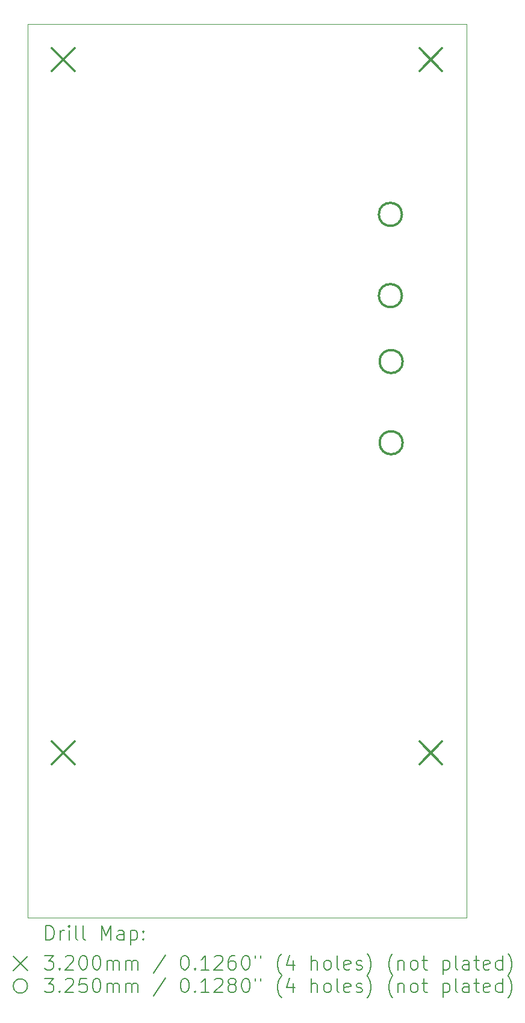
<source format=gbr>
%TF.GenerationSoftware,KiCad,Pcbnew,8.0.0*%
%TF.CreationDate,2024-08-30T13:19:38-05:00*%
%TF.ProjectId,Rain and Switches Control Board,5261696e-2061-46e6-9420-537769746368,rev?*%
%TF.SameCoordinates,Original*%
%TF.FileFunction,Drillmap*%
%TF.FilePolarity,Positive*%
%FSLAX45Y45*%
G04 Gerber Fmt 4.5, Leading zero omitted, Abs format (unit mm)*
G04 Created by KiCad (PCBNEW 8.0.0) date 2024-08-30 13:19:38*
%MOMM*%
%LPD*%
G01*
G04 APERTURE LIST*
%ADD10C,0.050000*%
%ADD11C,0.200000*%
%ADD12C,0.320000*%
%ADD13C,0.325000*%
G04 APERTURE END LIST*
D10*
X12450000Y-2339000D02*
X18620000Y-2339000D01*
X18620000Y-14908000D01*
X12450000Y-14908000D01*
X12450000Y-2339000D01*
D11*
D12*
X12790000Y-2679000D02*
X13110000Y-2999000D01*
X13110000Y-2679000D02*
X12790000Y-2999000D01*
X12790000Y-12429000D02*
X13110000Y-12749000D01*
X13110000Y-12429000D02*
X12790000Y-12749000D01*
X17960000Y-2679000D02*
X18280000Y-2999000D01*
X18280000Y-2679000D02*
X17960000Y-2999000D01*
X17960000Y-12429000D02*
X18280000Y-12749000D01*
X18280000Y-12429000D02*
X17960000Y-12749000D01*
D13*
X17714000Y-5013500D02*
G75*
G02*
X17389000Y-5013500I-162500J0D01*
G01*
X17389000Y-5013500D02*
G75*
G02*
X17714000Y-5013500I162500J0D01*
G01*
X17714000Y-6156500D02*
G75*
G02*
X17389000Y-6156500I-162500J0D01*
G01*
X17389000Y-6156500D02*
G75*
G02*
X17714000Y-6156500I162500J0D01*
G01*
X17724500Y-7084000D02*
G75*
G02*
X17399500Y-7084000I-162500J0D01*
G01*
X17399500Y-7084000D02*
G75*
G02*
X17724500Y-7084000I162500J0D01*
G01*
X17724500Y-8227000D02*
G75*
G02*
X17399500Y-8227000I-162500J0D01*
G01*
X17399500Y-8227000D02*
G75*
G02*
X17724500Y-8227000I162500J0D01*
G01*
D11*
X12708277Y-15221984D02*
X12708277Y-15021984D01*
X12708277Y-15021984D02*
X12755896Y-15021984D01*
X12755896Y-15021984D02*
X12784467Y-15031508D01*
X12784467Y-15031508D02*
X12803515Y-15050555D01*
X12803515Y-15050555D02*
X12813039Y-15069603D01*
X12813039Y-15069603D02*
X12822562Y-15107698D01*
X12822562Y-15107698D02*
X12822562Y-15136269D01*
X12822562Y-15136269D02*
X12813039Y-15174365D01*
X12813039Y-15174365D02*
X12803515Y-15193412D01*
X12803515Y-15193412D02*
X12784467Y-15212460D01*
X12784467Y-15212460D02*
X12755896Y-15221984D01*
X12755896Y-15221984D02*
X12708277Y-15221984D01*
X12908277Y-15221984D02*
X12908277Y-15088650D01*
X12908277Y-15126746D02*
X12917801Y-15107698D01*
X12917801Y-15107698D02*
X12927324Y-15098174D01*
X12927324Y-15098174D02*
X12946372Y-15088650D01*
X12946372Y-15088650D02*
X12965420Y-15088650D01*
X13032086Y-15221984D02*
X13032086Y-15088650D01*
X13032086Y-15021984D02*
X13022562Y-15031508D01*
X13022562Y-15031508D02*
X13032086Y-15041031D01*
X13032086Y-15041031D02*
X13041610Y-15031508D01*
X13041610Y-15031508D02*
X13032086Y-15021984D01*
X13032086Y-15021984D02*
X13032086Y-15041031D01*
X13155896Y-15221984D02*
X13136848Y-15212460D01*
X13136848Y-15212460D02*
X13127324Y-15193412D01*
X13127324Y-15193412D02*
X13127324Y-15021984D01*
X13260658Y-15221984D02*
X13241610Y-15212460D01*
X13241610Y-15212460D02*
X13232086Y-15193412D01*
X13232086Y-15193412D02*
X13232086Y-15021984D01*
X13489229Y-15221984D02*
X13489229Y-15021984D01*
X13489229Y-15021984D02*
X13555896Y-15164841D01*
X13555896Y-15164841D02*
X13622562Y-15021984D01*
X13622562Y-15021984D02*
X13622562Y-15221984D01*
X13803515Y-15221984D02*
X13803515Y-15117222D01*
X13803515Y-15117222D02*
X13793991Y-15098174D01*
X13793991Y-15098174D02*
X13774943Y-15088650D01*
X13774943Y-15088650D02*
X13736848Y-15088650D01*
X13736848Y-15088650D02*
X13717801Y-15098174D01*
X13803515Y-15212460D02*
X13784467Y-15221984D01*
X13784467Y-15221984D02*
X13736848Y-15221984D01*
X13736848Y-15221984D02*
X13717801Y-15212460D01*
X13717801Y-15212460D02*
X13708277Y-15193412D01*
X13708277Y-15193412D02*
X13708277Y-15174365D01*
X13708277Y-15174365D02*
X13717801Y-15155317D01*
X13717801Y-15155317D02*
X13736848Y-15145793D01*
X13736848Y-15145793D02*
X13784467Y-15145793D01*
X13784467Y-15145793D02*
X13803515Y-15136269D01*
X13898753Y-15088650D02*
X13898753Y-15288650D01*
X13898753Y-15098174D02*
X13917801Y-15088650D01*
X13917801Y-15088650D02*
X13955896Y-15088650D01*
X13955896Y-15088650D02*
X13974943Y-15098174D01*
X13974943Y-15098174D02*
X13984467Y-15107698D01*
X13984467Y-15107698D02*
X13993991Y-15126746D01*
X13993991Y-15126746D02*
X13993991Y-15183888D01*
X13993991Y-15183888D02*
X13984467Y-15202936D01*
X13984467Y-15202936D02*
X13974943Y-15212460D01*
X13974943Y-15212460D02*
X13955896Y-15221984D01*
X13955896Y-15221984D02*
X13917801Y-15221984D01*
X13917801Y-15221984D02*
X13898753Y-15212460D01*
X14079705Y-15202936D02*
X14089229Y-15212460D01*
X14089229Y-15212460D02*
X14079705Y-15221984D01*
X14079705Y-15221984D02*
X14070182Y-15212460D01*
X14070182Y-15212460D02*
X14079705Y-15202936D01*
X14079705Y-15202936D02*
X14079705Y-15221984D01*
X14079705Y-15098174D02*
X14089229Y-15107698D01*
X14089229Y-15107698D02*
X14079705Y-15117222D01*
X14079705Y-15117222D02*
X14070182Y-15107698D01*
X14070182Y-15107698D02*
X14079705Y-15098174D01*
X14079705Y-15098174D02*
X14079705Y-15117222D01*
X12247500Y-15450500D02*
X12447500Y-15650500D01*
X12447500Y-15450500D02*
X12247500Y-15650500D01*
X12689229Y-15441984D02*
X12813039Y-15441984D01*
X12813039Y-15441984D02*
X12746372Y-15518174D01*
X12746372Y-15518174D02*
X12774943Y-15518174D01*
X12774943Y-15518174D02*
X12793991Y-15527698D01*
X12793991Y-15527698D02*
X12803515Y-15537222D01*
X12803515Y-15537222D02*
X12813039Y-15556269D01*
X12813039Y-15556269D02*
X12813039Y-15603888D01*
X12813039Y-15603888D02*
X12803515Y-15622936D01*
X12803515Y-15622936D02*
X12793991Y-15632460D01*
X12793991Y-15632460D02*
X12774943Y-15641984D01*
X12774943Y-15641984D02*
X12717801Y-15641984D01*
X12717801Y-15641984D02*
X12698753Y-15632460D01*
X12698753Y-15632460D02*
X12689229Y-15622936D01*
X12898753Y-15622936D02*
X12908277Y-15632460D01*
X12908277Y-15632460D02*
X12898753Y-15641984D01*
X12898753Y-15641984D02*
X12889229Y-15632460D01*
X12889229Y-15632460D02*
X12898753Y-15622936D01*
X12898753Y-15622936D02*
X12898753Y-15641984D01*
X12984467Y-15461031D02*
X12993991Y-15451508D01*
X12993991Y-15451508D02*
X13013039Y-15441984D01*
X13013039Y-15441984D02*
X13060658Y-15441984D01*
X13060658Y-15441984D02*
X13079705Y-15451508D01*
X13079705Y-15451508D02*
X13089229Y-15461031D01*
X13089229Y-15461031D02*
X13098753Y-15480079D01*
X13098753Y-15480079D02*
X13098753Y-15499127D01*
X13098753Y-15499127D02*
X13089229Y-15527698D01*
X13089229Y-15527698D02*
X12974943Y-15641984D01*
X12974943Y-15641984D02*
X13098753Y-15641984D01*
X13222562Y-15441984D02*
X13241610Y-15441984D01*
X13241610Y-15441984D02*
X13260658Y-15451508D01*
X13260658Y-15451508D02*
X13270182Y-15461031D01*
X13270182Y-15461031D02*
X13279705Y-15480079D01*
X13279705Y-15480079D02*
X13289229Y-15518174D01*
X13289229Y-15518174D02*
X13289229Y-15565793D01*
X13289229Y-15565793D02*
X13279705Y-15603888D01*
X13279705Y-15603888D02*
X13270182Y-15622936D01*
X13270182Y-15622936D02*
X13260658Y-15632460D01*
X13260658Y-15632460D02*
X13241610Y-15641984D01*
X13241610Y-15641984D02*
X13222562Y-15641984D01*
X13222562Y-15641984D02*
X13203515Y-15632460D01*
X13203515Y-15632460D02*
X13193991Y-15622936D01*
X13193991Y-15622936D02*
X13184467Y-15603888D01*
X13184467Y-15603888D02*
X13174943Y-15565793D01*
X13174943Y-15565793D02*
X13174943Y-15518174D01*
X13174943Y-15518174D02*
X13184467Y-15480079D01*
X13184467Y-15480079D02*
X13193991Y-15461031D01*
X13193991Y-15461031D02*
X13203515Y-15451508D01*
X13203515Y-15451508D02*
X13222562Y-15441984D01*
X13413039Y-15441984D02*
X13432086Y-15441984D01*
X13432086Y-15441984D02*
X13451134Y-15451508D01*
X13451134Y-15451508D02*
X13460658Y-15461031D01*
X13460658Y-15461031D02*
X13470182Y-15480079D01*
X13470182Y-15480079D02*
X13479705Y-15518174D01*
X13479705Y-15518174D02*
X13479705Y-15565793D01*
X13479705Y-15565793D02*
X13470182Y-15603888D01*
X13470182Y-15603888D02*
X13460658Y-15622936D01*
X13460658Y-15622936D02*
X13451134Y-15632460D01*
X13451134Y-15632460D02*
X13432086Y-15641984D01*
X13432086Y-15641984D02*
X13413039Y-15641984D01*
X13413039Y-15641984D02*
X13393991Y-15632460D01*
X13393991Y-15632460D02*
X13384467Y-15622936D01*
X13384467Y-15622936D02*
X13374943Y-15603888D01*
X13374943Y-15603888D02*
X13365420Y-15565793D01*
X13365420Y-15565793D02*
X13365420Y-15518174D01*
X13365420Y-15518174D02*
X13374943Y-15480079D01*
X13374943Y-15480079D02*
X13384467Y-15461031D01*
X13384467Y-15461031D02*
X13393991Y-15451508D01*
X13393991Y-15451508D02*
X13413039Y-15441984D01*
X13565420Y-15641984D02*
X13565420Y-15508650D01*
X13565420Y-15527698D02*
X13574943Y-15518174D01*
X13574943Y-15518174D02*
X13593991Y-15508650D01*
X13593991Y-15508650D02*
X13622563Y-15508650D01*
X13622563Y-15508650D02*
X13641610Y-15518174D01*
X13641610Y-15518174D02*
X13651134Y-15537222D01*
X13651134Y-15537222D02*
X13651134Y-15641984D01*
X13651134Y-15537222D02*
X13660658Y-15518174D01*
X13660658Y-15518174D02*
X13679705Y-15508650D01*
X13679705Y-15508650D02*
X13708277Y-15508650D01*
X13708277Y-15508650D02*
X13727324Y-15518174D01*
X13727324Y-15518174D02*
X13736848Y-15537222D01*
X13736848Y-15537222D02*
X13736848Y-15641984D01*
X13832086Y-15641984D02*
X13832086Y-15508650D01*
X13832086Y-15527698D02*
X13841610Y-15518174D01*
X13841610Y-15518174D02*
X13860658Y-15508650D01*
X13860658Y-15508650D02*
X13889229Y-15508650D01*
X13889229Y-15508650D02*
X13908277Y-15518174D01*
X13908277Y-15518174D02*
X13917801Y-15537222D01*
X13917801Y-15537222D02*
X13917801Y-15641984D01*
X13917801Y-15537222D02*
X13927324Y-15518174D01*
X13927324Y-15518174D02*
X13946372Y-15508650D01*
X13946372Y-15508650D02*
X13974943Y-15508650D01*
X13974943Y-15508650D02*
X13993991Y-15518174D01*
X13993991Y-15518174D02*
X14003515Y-15537222D01*
X14003515Y-15537222D02*
X14003515Y-15641984D01*
X14393991Y-15432460D02*
X14222563Y-15689603D01*
X14651134Y-15441984D02*
X14670182Y-15441984D01*
X14670182Y-15441984D02*
X14689229Y-15451508D01*
X14689229Y-15451508D02*
X14698753Y-15461031D01*
X14698753Y-15461031D02*
X14708277Y-15480079D01*
X14708277Y-15480079D02*
X14717801Y-15518174D01*
X14717801Y-15518174D02*
X14717801Y-15565793D01*
X14717801Y-15565793D02*
X14708277Y-15603888D01*
X14708277Y-15603888D02*
X14698753Y-15622936D01*
X14698753Y-15622936D02*
X14689229Y-15632460D01*
X14689229Y-15632460D02*
X14670182Y-15641984D01*
X14670182Y-15641984D02*
X14651134Y-15641984D01*
X14651134Y-15641984D02*
X14632086Y-15632460D01*
X14632086Y-15632460D02*
X14622563Y-15622936D01*
X14622563Y-15622936D02*
X14613039Y-15603888D01*
X14613039Y-15603888D02*
X14603515Y-15565793D01*
X14603515Y-15565793D02*
X14603515Y-15518174D01*
X14603515Y-15518174D02*
X14613039Y-15480079D01*
X14613039Y-15480079D02*
X14622563Y-15461031D01*
X14622563Y-15461031D02*
X14632086Y-15451508D01*
X14632086Y-15451508D02*
X14651134Y-15441984D01*
X14803515Y-15622936D02*
X14813039Y-15632460D01*
X14813039Y-15632460D02*
X14803515Y-15641984D01*
X14803515Y-15641984D02*
X14793991Y-15632460D01*
X14793991Y-15632460D02*
X14803515Y-15622936D01*
X14803515Y-15622936D02*
X14803515Y-15641984D01*
X15003515Y-15641984D02*
X14889229Y-15641984D01*
X14946372Y-15641984D02*
X14946372Y-15441984D01*
X14946372Y-15441984D02*
X14927325Y-15470555D01*
X14927325Y-15470555D02*
X14908277Y-15489603D01*
X14908277Y-15489603D02*
X14889229Y-15499127D01*
X15079706Y-15461031D02*
X15089229Y-15451508D01*
X15089229Y-15451508D02*
X15108277Y-15441984D01*
X15108277Y-15441984D02*
X15155896Y-15441984D01*
X15155896Y-15441984D02*
X15174944Y-15451508D01*
X15174944Y-15451508D02*
X15184467Y-15461031D01*
X15184467Y-15461031D02*
X15193991Y-15480079D01*
X15193991Y-15480079D02*
X15193991Y-15499127D01*
X15193991Y-15499127D02*
X15184467Y-15527698D01*
X15184467Y-15527698D02*
X15070182Y-15641984D01*
X15070182Y-15641984D02*
X15193991Y-15641984D01*
X15365420Y-15441984D02*
X15327325Y-15441984D01*
X15327325Y-15441984D02*
X15308277Y-15451508D01*
X15308277Y-15451508D02*
X15298753Y-15461031D01*
X15298753Y-15461031D02*
X15279706Y-15489603D01*
X15279706Y-15489603D02*
X15270182Y-15527698D01*
X15270182Y-15527698D02*
X15270182Y-15603888D01*
X15270182Y-15603888D02*
X15279706Y-15622936D01*
X15279706Y-15622936D02*
X15289229Y-15632460D01*
X15289229Y-15632460D02*
X15308277Y-15641984D01*
X15308277Y-15641984D02*
X15346372Y-15641984D01*
X15346372Y-15641984D02*
X15365420Y-15632460D01*
X15365420Y-15632460D02*
X15374944Y-15622936D01*
X15374944Y-15622936D02*
X15384467Y-15603888D01*
X15384467Y-15603888D02*
X15384467Y-15556269D01*
X15384467Y-15556269D02*
X15374944Y-15537222D01*
X15374944Y-15537222D02*
X15365420Y-15527698D01*
X15365420Y-15527698D02*
X15346372Y-15518174D01*
X15346372Y-15518174D02*
X15308277Y-15518174D01*
X15308277Y-15518174D02*
X15289229Y-15527698D01*
X15289229Y-15527698D02*
X15279706Y-15537222D01*
X15279706Y-15537222D02*
X15270182Y-15556269D01*
X15508277Y-15441984D02*
X15527325Y-15441984D01*
X15527325Y-15441984D02*
X15546372Y-15451508D01*
X15546372Y-15451508D02*
X15555896Y-15461031D01*
X15555896Y-15461031D02*
X15565420Y-15480079D01*
X15565420Y-15480079D02*
X15574944Y-15518174D01*
X15574944Y-15518174D02*
X15574944Y-15565793D01*
X15574944Y-15565793D02*
X15565420Y-15603888D01*
X15565420Y-15603888D02*
X15555896Y-15622936D01*
X15555896Y-15622936D02*
X15546372Y-15632460D01*
X15546372Y-15632460D02*
X15527325Y-15641984D01*
X15527325Y-15641984D02*
X15508277Y-15641984D01*
X15508277Y-15641984D02*
X15489229Y-15632460D01*
X15489229Y-15632460D02*
X15479706Y-15622936D01*
X15479706Y-15622936D02*
X15470182Y-15603888D01*
X15470182Y-15603888D02*
X15460658Y-15565793D01*
X15460658Y-15565793D02*
X15460658Y-15518174D01*
X15460658Y-15518174D02*
X15470182Y-15480079D01*
X15470182Y-15480079D02*
X15479706Y-15461031D01*
X15479706Y-15461031D02*
X15489229Y-15451508D01*
X15489229Y-15451508D02*
X15508277Y-15441984D01*
X15651134Y-15441984D02*
X15651134Y-15480079D01*
X15727325Y-15441984D02*
X15727325Y-15480079D01*
X16022563Y-15718174D02*
X16013039Y-15708650D01*
X16013039Y-15708650D02*
X15993991Y-15680079D01*
X15993991Y-15680079D02*
X15984468Y-15661031D01*
X15984468Y-15661031D02*
X15974944Y-15632460D01*
X15974944Y-15632460D02*
X15965420Y-15584841D01*
X15965420Y-15584841D02*
X15965420Y-15546746D01*
X15965420Y-15546746D02*
X15974944Y-15499127D01*
X15974944Y-15499127D02*
X15984468Y-15470555D01*
X15984468Y-15470555D02*
X15993991Y-15451508D01*
X15993991Y-15451508D02*
X16013039Y-15422936D01*
X16013039Y-15422936D02*
X16022563Y-15413412D01*
X16184468Y-15508650D02*
X16184468Y-15641984D01*
X16136848Y-15432460D02*
X16089229Y-15575317D01*
X16089229Y-15575317D02*
X16213039Y-15575317D01*
X16441610Y-15641984D02*
X16441610Y-15441984D01*
X16527325Y-15641984D02*
X16527325Y-15537222D01*
X16527325Y-15537222D02*
X16517801Y-15518174D01*
X16517801Y-15518174D02*
X16498753Y-15508650D01*
X16498753Y-15508650D02*
X16470182Y-15508650D01*
X16470182Y-15508650D02*
X16451134Y-15518174D01*
X16451134Y-15518174D02*
X16441610Y-15527698D01*
X16651134Y-15641984D02*
X16632087Y-15632460D01*
X16632087Y-15632460D02*
X16622563Y-15622936D01*
X16622563Y-15622936D02*
X16613039Y-15603888D01*
X16613039Y-15603888D02*
X16613039Y-15546746D01*
X16613039Y-15546746D02*
X16622563Y-15527698D01*
X16622563Y-15527698D02*
X16632087Y-15518174D01*
X16632087Y-15518174D02*
X16651134Y-15508650D01*
X16651134Y-15508650D02*
X16679706Y-15508650D01*
X16679706Y-15508650D02*
X16698753Y-15518174D01*
X16698753Y-15518174D02*
X16708277Y-15527698D01*
X16708277Y-15527698D02*
X16717801Y-15546746D01*
X16717801Y-15546746D02*
X16717801Y-15603888D01*
X16717801Y-15603888D02*
X16708277Y-15622936D01*
X16708277Y-15622936D02*
X16698753Y-15632460D01*
X16698753Y-15632460D02*
X16679706Y-15641984D01*
X16679706Y-15641984D02*
X16651134Y-15641984D01*
X16832087Y-15641984D02*
X16813039Y-15632460D01*
X16813039Y-15632460D02*
X16803515Y-15613412D01*
X16803515Y-15613412D02*
X16803515Y-15441984D01*
X16984468Y-15632460D02*
X16965420Y-15641984D01*
X16965420Y-15641984D02*
X16927325Y-15641984D01*
X16927325Y-15641984D02*
X16908277Y-15632460D01*
X16908277Y-15632460D02*
X16898753Y-15613412D01*
X16898753Y-15613412D02*
X16898753Y-15537222D01*
X16898753Y-15537222D02*
X16908277Y-15518174D01*
X16908277Y-15518174D02*
X16927325Y-15508650D01*
X16927325Y-15508650D02*
X16965420Y-15508650D01*
X16965420Y-15508650D02*
X16984468Y-15518174D01*
X16984468Y-15518174D02*
X16993992Y-15537222D01*
X16993992Y-15537222D02*
X16993992Y-15556269D01*
X16993992Y-15556269D02*
X16898753Y-15575317D01*
X17070182Y-15632460D02*
X17089230Y-15641984D01*
X17089230Y-15641984D02*
X17127325Y-15641984D01*
X17127325Y-15641984D02*
X17146373Y-15632460D01*
X17146373Y-15632460D02*
X17155896Y-15613412D01*
X17155896Y-15613412D02*
X17155896Y-15603888D01*
X17155896Y-15603888D02*
X17146373Y-15584841D01*
X17146373Y-15584841D02*
X17127325Y-15575317D01*
X17127325Y-15575317D02*
X17098753Y-15575317D01*
X17098753Y-15575317D02*
X17079706Y-15565793D01*
X17079706Y-15565793D02*
X17070182Y-15546746D01*
X17070182Y-15546746D02*
X17070182Y-15537222D01*
X17070182Y-15537222D02*
X17079706Y-15518174D01*
X17079706Y-15518174D02*
X17098753Y-15508650D01*
X17098753Y-15508650D02*
X17127325Y-15508650D01*
X17127325Y-15508650D02*
X17146373Y-15518174D01*
X17222563Y-15718174D02*
X17232087Y-15708650D01*
X17232087Y-15708650D02*
X17251134Y-15680079D01*
X17251134Y-15680079D02*
X17260658Y-15661031D01*
X17260658Y-15661031D02*
X17270182Y-15632460D01*
X17270182Y-15632460D02*
X17279706Y-15584841D01*
X17279706Y-15584841D02*
X17279706Y-15546746D01*
X17279706Y-15546746D02*
X17270182Y-15499127D01*
X17270182Y-15499127D02*
X17260658Y-15470555D01*
X17260658Y-15470555D02*
X17251134Y-15451508D01*
X17251134Y-15451508D02*
X17232087Y-15422936D01*
X17232087Y-15422936D02*
X17222563Y-15413412D01*
X17584468Y-15718174D02*
X17574944Y-15708650D01*
X17574944Y-15708650D02*
X17555896Y-15680079D01*
X17555896Y-15680079D02*
X17546373Y-15661031D01*
X17546373Y-15661031D02*
X17536849Y-15632460D01*
X17536849Y-15632460D02*
X17527325Y-15584841D01*
X17527325Y-15584841D02*
X17527325Y-15546746D01*
X17527325Y-15546746D02*
X17536849Y-15499127D01*
X17536849Y-15499127D02*
X17546373Y-15470555D01*
X17546373Y-15470555D02*
X17555896Y-15451508D01*
X17555896Y-15451508D02*
X17574944Y-15422936D01*
X17574944Y-15422936D02*
X17584468Y-15413412D01*
X17660658Y-15508650D02*
X17660658Y-15641984D01*
X17660658Y-15527698D02*
X17670182Y-15518174D01*
X17670182Y-15518174D02*
X17689230Y-15508650D01*
X17689230Y-15508650D02*
X17717801Y-15508650D01*
X17717801Y-15508650D02*
X17736849Y-15518174D01*
X17736849Y-15518174D02*
X17746373Y-15537222D01*
X17746373Y-15537222D02*
X17746373Y-15641984D01*
X17870182Y-15641984D02*
X17851134Y-15632460D01*
X17851134Y-15632460D02*
X17841611Y-15622936D01*
X17841611Y-15622936D02*
X17832087Y-15603888D01*
X17832087Y-15603888D02*
X17832087Y-15546746D01*
X17832087Y-15546746D02*
X17841611Y-15527698D01*
X17841611Y-15527698D02*
X17851134Y-15518174D01*
X17851134Y-15518174D02*
X17870182Y-15508650D01*
X17870182Y-15508650D02*
X17898754Y-15508650D01*
X17898754Y-15508650D02*
X17917801Y-15518174D01*
X17917801Y-15518174D02*
X17927325Y-15527698D01*
X17927325Y-15527698D02*
X17936849Y-15546746D01*
X17936849Y-15546746D02*
X17936849Y-15603888D01*
X17936849Y-15603888D02*
X17927325Y-15622936D01*
X17927325Y-15622936D02*
X17917801Y-15632460D01*
X17917801Y-15632460D02*
X17898754Y-15641984D01*
X17898754Y-15641984D02*
X17870182Y-15641984D01*
X17993992Y-15508650D02*
X18070182Y-15508650D01*
X18022563Y-15441984D02*
X18022563Y-15613412D01*
X18022563Y-15613412D02*
X18032087Y-15632460D01*
X18032087Y-15632460D02*
X18051134Y-15641984D01*
X18051134Y-15641984D02*
X18070182Y-15641984D01*
X18289230Y-15508650D02*
X18289230Y-15708650D01*
X18289230Y-15518174D02*
X18308277Y-15508650D01*
X18308277Y-15508650D02*
X18346373Y-15508650D01*
X18346373Y-15508650D02*
X18365420Y-15518174D01*
X18365420Y-15518174D02*
X18374944Y-15527698D01*
X18374944Y-15527698D02*
X18384468Y-15546746D01*
X18384468Y-15546746D02*
X18384468Y-15603888D01*
X18384468Y-15603888D02*
X18374944Y-15622936D01*
X18374944Y-15622936D02*
X18365420Y-15632460D01*
X18365420Y-15632460D02*
X18346373Y-15641984D01*
X18346373Y-15641984D02*
X18308277Y-15641984D01*
X18308277Y-15641984D02*
X18289230Y-15632460D01*
X18498754Y-15641984D02*
X18479706Y-15632460D01*
X18479706Y-15632460D02*
X18470182Y-15613412D01*
X18470182Y-15613412D02*
X18470182Y-15441984D01*
X18660658Y-15641984D02*
X18660658Y-15537222D01*
X18660658Y-15537222D02*
X18651135Y-15518174D01*
X18651135Y-15518174D02*
X18632087Y-15508650D01*
X18632087Y-15508650D02*
X18593992Y-15508650D01*
X18593992Y-15508650D02*
X18574944Y-15518174D01*
X18660658Y-15632460D02*
X18641611Y-15641984D01*
X18641611Y-15641984D02*
X18593992Y-15641984D01*
X18593992Y-15641984D02*
X18574944Y-15632460D01*
X18574944Y-15632460D02*
X18565420Y-15613412D01*
X18565420Y-15613412D02*
X18565420Y-15594365D01*
X18565420Y-15594365D02*
X18574944Y-15575317D01*
X18574944Y-15575317D02*
X18593992Y-15565793D01*
X18593992Y-15565793D02*
X18641611Y-15565793D01*
X18641611Y-15565793D02*
X18660658Y-15556269D01*
X18727325Y-15508650D02*
X18803515Y-15508650D01*
X18755896Y-15441984D02*
X18755896Y-15613412D01*
X18755896Y-15613412D02*
X18765420Y-15632460D01*
X18765420Y-15632460D02*
X18784468Y-15641984D01*
X18784468Y-15641984D02*
X18803515Y-15641984D01*
X18946373Y-15632460D02*
X18927325Y-15641984D01*
X18927325Y-15641984D02*
X18889230Y-15641984D01*
X18889230Y-15641984D02*
X18870182Y-15632460D01*
X18870182Y-15632460D02*
X18860658Y-15613412D01*
X18860658Y-15613412D02*
X18860658Y-15537222D01*
X18860658Y-15537222D02*
X18870182Y-15518174D01*
X18870182Y-15518174D02*
X18889230Y-15508650D01*
X18889230Y-15508650D02*
X18927325Y-15508650D01*
X18927325Y-15508650D02*
X18946373Y-15518174D01*
X18946373Y-15518174D02*
X18955896Y-15537222D01*
X18955896Y-15537222D02*
X18955896Y-15556269D01*
X18955896Y-15556269D02*
X18860658Y-15575317D01*
X19127325Y-15641984D02*
X19127325Y-15441984D01*
X19127325Y-15632460D02*
X19108277Y-15641984D01*
X19108277Y-15641984D02*
X19070182Y-15641984D01*
X19070182Y-15641984D02*
X19051135Y-15632460D01*
X19051135Y-15632460D02*
X19041611Y-15622936D01*
X19041611Y-15622936D02*
X19032087Y-15603888D01*
X19032087Y-15603888D02*
X19032087Y-15546746D01*
X19032087Y-15546746D02*
X19041611Y-15527698D01*
X19041611Y-15527698D02*
X19051135Y-15518174D01*
X19051135Y-15518174D02*
X19070182Y-15508650D01*
X19070182Y-15508650D02*
X19108277Y-15508650D01*
X19108277Y-15508650D02*
X19127325Y-15518174D01*
X19203516Y-15718174D02*
X19213039Y-15708650D01*
X19213039Y-15708650D02*
X19232087Y-15680079D01*
X19232087Y-15680079D02*
X19241611Y-15661031D01*
X19241611Y-15661031D02*
X19251135Y-15632460D01*
X19251135Y-15632460D02*
X19260658Y-15584841D01*
X19260658Y-15584841D02*
X19260658Y-15546746D01*
X19260658Y-15546746D02*
X19251135Y-15499127D01*
X19251135Y-15499127D02*
X19241611Y-15470555D01*
X19241611Y-15470555D02*
X19232087Y-15451508D01*
X19232087Y-15451508D02*
X19213039Y-15422936D01*
X19213039Y-15422936D02*
X19203516Y-15413412D01*
X12447500Y-15870500D02*
G75*
G02*
X12247500Y-15870500I-100000J0D01*
G01*
X12247500Y-15870500D02*
G75*
G02*
X12447500Y-15870500I100000J0D01*
G01*
X12689229Y-15761984D02*
X12813039Y-15761984D01*
X12813039Y-15761984D02*
X12746372Y-15838174D01*
X12746372Y-15838174D02*
X12774943Y-15838174D01*
X12774943Y-15838174D02*
X12793991Y-15847698D01*
X12793991Y-15847698D02*
X12803515Y-15857222D01*
X12803515Y-15857222D02*
X12813039Y-15876269D01*
X12813039Y-15876269D02*
X12813039Y-15923888D01*
X12813039Y-15923888D02*
X12803515Y-15942936D01*
X12803515Y-15942936D02*
X12793991Y-15952460D01*
X12793991Y-15952460D02*
X12774943Y-15961984D01*
X12774943Y-15961984D02*
X12717801Y-15961984D01*
X12717801Y-15961984D02*
X12698753Y-15952460D01*
X12698753Y-15952460D02*
X12689229Y-15942936D01*
X12898753Y-15942936D02*
X12908277Y-15952460D01*
X12908277Y-15952460D02*
X12898753Y-15961984D01*
X12898753Y-15961984D02*
X12889229Y-15952460D01*
X12889229Y-15952460D02*
X12898753Y-15942936D01*
X12898753Y-15942936D02*
X12898753Y-15961984D01*
X12984467Y-15781031D02*
X12993991Y-15771508D01*
X12993991Y-15771508D02*
X13013039Y-15761984D01*
X13013039Y-15761984D02*
X13060658Y-15761984D01*
X13060658Y-15761984D02*
X13079705Y-15771508D01*
X13079705Y-15771508D02*
X13089229Y-15781031D01*
X13089229Y-15781031D02*
X13098753Y-15800079D01*
X13098753Y-15800079D02*
X13098753Y-15819127D01*
X13098753Y-15819127D02*
X13089229Y-15847698D01*
X13089229Y-15847698D02*
X12974943Y-15961984D01*
X12974943Y-15961984D02*
X13098753Y-15961984D01*
X13279705Y-15761984D02*
X13184467Y-15761984D01*
X13184467Y-15761984D02*
X13174943Y-15857222D01*
X13174943Y-15857222D02*
X13184467Y-15847698D01*
X13184467Y-15847698D02*
X13203515Y-15838174D01*
X13203515Y-15838174D02*
X13251134Y-15838174D01*
X13251134Y-15838174D02*
X13270182Y-15847698D01*
X13270182Y-15847698D02*
X13279705Y-15857222D01*
X13279705Y-15857222D02*
X13289229Y-15876269D01*
X13289229Y-15876269D02*
X13289229Y-15923888D01*
X13289229Y-15923888D02*
X13279705Y-15942936D01*
X13279705Y-15942936D02*
X13270182Y-15952460D01*
X13270182Y-15952460D02*
X13251134Y-15961984D01*
X13251134Y-15961984D02*
X13203515Y-15961984D01*
X13203515Y-15961984D02*
X13184467Y-15952460D01*
X13184467Y-15952460D02*
X13174943Y-15942936D01*
X13413039Y-15761984D02*
X13432086Y-15761984D01*
X13432086Y-15761984D02*
X13451134Y-15771508D01*
X13451134Y-15771508D02*
X13460658Y-15781031D01*
X13460658Y-15781031D02*
X13470182Y-15800079D01*
X13470182Y-15800079D02*
X13479705Y-15838174D01*
X13479705Y-15838174D02*
X13479705Y-15885793D01*
X13479705Y-15885793D02*
X13470182Y-15923888D01*
X13470182Y-15923888D02*
X13460658Y-15942936D01*
X13460658Y-15942936D02*
X13451134Y-15952460D01*
X13451134Y-15952460D02*
X13432086Y-15961984D01*
X13432086Y-15961984D02*
X13413039Y-15961984D01*
X13413039Y-15961984D02*
X13393991Y-15952460D01*
X13393991Y-15952460D02*
X13384467Y-15942936D01*
X13384467Y-15942936D02*
X13374943Y-15923888D01*
X13374943Y-15923888D02*
X13365420Y-15885793D01*
X13365420Y-15885793D02*
X13365420Y-15838174D01*
X13365420Y-15838174D02*
X13374943Y-15800079D01*
X13374943Y-15800079D02*
X13384467Y-15781031D01*
X13384467Y-15781031D02*
X13393991Y-15771508D01*
X13393991Y-15771508D02*
X13413039Y-15761984D01*
X13565420Y-15961984D02*
X13565420Y-15828650D01*
X13565420Y-15847698D02*
X13574943Y-15838174D01*
X13574943Y-15838174D02*
X13593991Y-15828650D01*
X13593991Y-15828650D02*
X13622563Y-15828650D01*
X13622563Y-15828650D02*
X13641610Y-15838174D01*
X13641610Y-15838174D02*
X13651134Y-15857222D01*
X13651134Y-15857222D02*
X13651134Y-15961984D01*
X13651134Y-15857222D02*
X13660658Y-15838174D01*
X13660658Y-15838174D02*
X13679705Y-15828650D01*
X13679705Y-15828650D02*
X13708277Y-15828650D01*
X13708277Y-15828650D02*
X13727324Y-15838174D01*
X13727324Y-15838174D02*
X13736848Y-15857222D01*
X13736848Y-15857222D02*
X13736848Y-15961984D01*
X13832086Y-15961984D02*
X13832086Y-15828650D01*
X13832086Y-15847698D02*
X13841610Y-15838174D01*
X13841610Y-15838174D02*
X13860658Y-15828650D01*
X13860658Y-15828650D02*
X13889229Y-15828650D01*
X13889229Y-15828650D02*
X13908277Y-15838174D01*
X13908277Y-15838174D02*
X13917801Y-15857222D01*
X13917801Y-15857222D02*
X13917801Y-15961984D01*
X13917801Y-15857222D02*
X13927324Y-15838174D01*
X13927324Y-15838174D02*
X13946372Y-15828650D01*
X13946372Y-15828650D02*
X13974943Y-15828650D01*
X13974943Y-15828650D02*
X13993991Y-15838174D01*
X13993991Y-15838174D02*
X14003515Y-15857222D01*
X14003515Y-15857222D02*
X14003515Y-15961984D01*
X14393991Y-15752460D02*
X14222563Y-16009603D01*
X14651134Y-15761984D02*
X14670182Y-15761984D01*
X14670182Y-15761984D02*
X14689229Y-15771508D01*
X14689229Y-15771508D02*
X14698753Y-15781031D01*
X14698753Y-15781031D02*
X14708277Y-15800079D01*
X14708277Y-15800079D02*
X14717801Y-15838174D01*
X14717801Y-15838174D02*
X14717801Y-15885793D01*
X14717801Y-15885793D02*
X14708277Y-15923888D01*
X14708277Y-15923888D02*
X14698753Y-15942936D01*
X14698753Y-15942936D02*
X14689229Y-15952460D01*
X14689229Y-15952460D02*
X14670182Y-15961984D01*
X14670182Y-15961984D02*
X14651134Y-15961984D01*
X14651134Y-15961984D02*
X14632086Y-15952460D01*
X14632086Y-15952460D02*
X14622563Y-15942936D01*
X14622563Y-15942936D02*
X14613039Y-15923888D01*
X14613039Y-15923888D02*
X14603515Y-15885793D01*
X14603515Y-15885793D02*
X14603515Y-15838174D01*
X14603515Y-15838174D02*
X14613039Y-15800079D01*
X14613039Y-15800079D02*
X14622563Y-15781031D01*
X14622563Y-15781031D02*
X14632086Y-15771508D01*
X14632086Y-15771508D02*
X14651134Y-15761984D01*
X14803515Y-15942936D02*
X14813039Y-15952460D01*
X14813039Y-15952460D02*
X14803515Y-15961984D01*
X14803515Y-15961984D02*
X14793991Y-15952460D01*
X14793991Y-15952460D02*
X14803515Y-15942936D01*
X14803515Y-15942936D02*
X14803515Y-15961984D01*
X15003515Y-15961984D02*
X14889229Y-15961984D01*
X14946372Y-15961984D02*
X14946372Y-15761984D01*
X14946372Y-15761984D02*
X14927325Y-15790555D01*
X14927325Y-15790555D02*
X14908277Y-15809603D01*
X14908277Y-15809603D02*
X14889229Y-15819127D01*
X15079706Y-15781031D02*
X15089229Y-15771508D01*
X15089229Y-15771508D02*
X15108277Y-15761984D01*
X15108277Y-15761984D02*
X15155896Y-15761984D01*
X15155896Y-15761984D02*
X15174944Y-15771508D01*
X15174944Y-15771508D02*
X15184467Y-15781031D01*
X15184467Y-15781031D02*
X15193991Y-15800079D01*
X15193991Y-15800079D02*
X15193991Y-15819127D01*
X15193991Y-15819127D02*
X15184467Y-15847698D01*
X15184467Y-15847698D02*
X15070182Y-15961984D01*
X15070182Y-15961984D02*
X15193991Y-15961984D01*
X15308277Y-15847698D02*
X15289229Y-15838174D01*
X15289229Y-15838174D02*
X15279706Y-15828650D01*
X15279706Y-15828650D02*
X15270182Y-15809603D01*
X15270182Y-15809603D02*
X15270182Y-15800079D01*
X15270182Y-15800079D02*
X15279706Y-15781031D01*
X15279706Y-15781031D02*
X15289229Y-15771508D01*
X15289229Y-15771508D02*
X15308277Y-15761984D01*
X15308277Y-15761984D02*
X15346372Y-15761984D01*
X15346372Y-15761984D02*
X15365420Y-15771508D01*
X15365420Y-15771508D02*
X15374944Y-15781031D01*
X15374944Y-15781031D02*
X15384467Y-15800079D01*
X15384467Y-15800079D02*
X15384467Y-15809603D01*
X15384467Y-15809603D02*
X15374944Y-15828650D01*
X15374944Y-15828650D02*
X15365420Y-15838174D01*
X15365420Y-15838174D02*
X15346372Y-15847698D01*
X15346372Y-15847698D02*
X15308277Y-15847698D01*
X15308277Y-15847698D02*
X15289229Y-15857222D01*
X15289229Y-15857222D02*
X15279706Y-15866746D01*
X15279706Y-15866746D02*
X15270182Y-15885793D01*
X15270182Y-15885793D02*
X15270182Y-15923888D01*
X15270182Y-15923888D02*
X15279706Y-15942936D01*
X15279706Y-15942936D02*
X15289229Y-15952460D01*
X15289229Y-15952460D02*
X15308277Y-15961984D01*
X15308277Y-15961984D02*
X15346372Y-15961984D01*
X15346372Y-15961984D02*
X15365420Y-15952460D01*
X15365420Y-15952460D02*
X15374944Y-15942936D01*
X15374944Y-15942936D02*
X15384467Y-15923888D01*
X15384467Y-15923888D02*
X15384467Y-15885793D01*
X15384467Y-15885793D02*
X15374944Y-15866746D01*
X15374944Y-15866746D02*
X15365420Y-15857222D01*
X15365420Y-15857222D02*
X15346372Y-15847698D01*
X15508277Y-15761984D02*
X15527325Y-15761984D01*
X15527325Y-15761984D02*
X15546372Y-15771508D01*
X15546372Y-15771508D02*
X15555896Y-15781031D01*
X15555896Y-15781031D02*
X15565420Y-15800079D01*
X15565420Y-15800079D02*
X15574944Y-15838174D01*
X15574944Y-15838174D02*
X15574944Y-15885793D01*
X15574944Y-15885793D02*
X15565420Y-15923888D01*
X15565420Y-15923888D02*
X15555896Y-15942936D01*
X15555896Y-15942936D02*
X15546372Y-15952460D01*
X15546372Y-15952460D02*
X15527325Y-15961984D01*
X15527325Y-15961984D02*
X15508277Y-15961984D01*
X15508277Y-15961984D02*
X15489229Y-15952460D01*
X15489229Y-15952460D02*
X15479706Y-15942936D01*
X15479706Y-15942936D02*
X15470182Y-15923888D01*
X15470182Y-15923888D02*
X15460658Y-15885793D01*
X15460658Y-15885793D02*
X15460658Y-15838174D01*
X15460658Y-15838174D02*
X15470182Y-15800079D01*
X15470182Y-15800079D02*
X15479706Y-15781031D01*
X15479706Y-15781031D02*
X15489229Y-15771508D01*
X15489229Y-15771508D02*
X15508277Y-15761984D01*
X15651134Y-15761984D02*
X15651134Y-15800079D01*
X15727325Y-15761984D02*
X15727325Y-15800079D01*
X16022563Y-16038174D02*
X16013039Y-16028650D01*
X16013039Y-16028650D02*
X15993991Y-16000079D01*
X15993991Y-16000079D02*
X15984468Y-15981031D01*
X15984468Y-15981031D02*
X15974944Y-15952460D01*
X15974944Y-15952460D02*
X15965420Y-15904841D01*
X15965420Y-15904841D02*
X15965420Y-15866746D01*
X15965420Y-15866746D02*
X15974944Y-15819127D01*
X15974944Y-15819127D02*
X15984468Y-15790555D01*
X15984468Y-15790555D02*
X15993991Y-15771508D01*
X15993991Y-15771508D02*
X16013039Y-15742936D01*
X16013039Y-15742936D02*
X16022563Y-15733412D01*
X16184468Y-15828650D02*
X16184468Y-15961984D01*
X16136848Y-15752460D02*
X16089229Y-15895317D01*
X16089229Y-15895317D02*
X16213039Y-15895317D01*
X16441610Y-15961984D02*
X16441610Y-15761984D01*
X16527325Y-15961984D02*
X16527325Y-15857222D01*
X16527325Y-15857222D02*
X16517801Y-15838174D01*
X16517801Y-15838174D02*
X16498753Y-15828650D01*
X16498753Y-15828650D02*
X16470182Y-15828650D01*
X16470182Y-15828650D02*
X16451134Y-15838174D01*
X16451134Y-15838174D02*
X16441610Y-15847698D01*
X16651134Y-15961984D02*
X16632087Y-15952460D01*
X16632087Y-15952460D02*
X16622563Y-15942936D01*
X16622563Y-15942936D02*
X16613039Y-15923888D01*
X16613039Y-15923888D02*
X16613039Y-15866746D01*
X16613039Y-15866746D02*
X16622563Y-15847698D01*
X16622563Y-15847698D02*
X16632087Y-15838174D01*
X16632087Y-15838174D02*
X16651134Y-15828650D01*
X16651134Y-15828650D02*
X16679706Y-15828650D01*
X16679706Y-15828650D02*
X16698753Y-15838174D01*
X16698753Y-15838174D02*
X16708277Y-15847698D01*
X16708277Y-15847698D02*
X16717801Y-15866746D01*
X16717801Y-15866746D02*
X16717801Y-15923888D01*
X16717801Y-15923888D02*
X16708277Y-15942936D01*
X16708277Y-15942936D02*
X16698753Y-15952460D01*
X16698753Y-15952460D02*
X16679706Y-15961984D01*
X16679706Y-15961984D02*
X16651134Y-15961984D01*
X16832087Y-15961984D02*
X16813039Y-15952460D01*
X16813039Y-15952460D02*
X16803515Y-15933412D01*
X16803515Y-15933412D02*
X16803515Y-15761984D01*
X16984468Y-15952460D02*
X16965420Y-15961984D01*
X16965420Y-15961984D02*
X16927325Y-15961984D01*
X16927325Y-15961984D02*
X16908277Y-15952460D01*
X16908277Y-15952460D02*
X16898753Y-15933412D01*
X16898753Y-15933412D02*
X16898753Y-15857222D01*
X16898753Y-15857222D02*
X16908277Y-15838174D01*
X16908277Y-15838174D02*
X16927325Y-15828650D01*
X16927325Y-15828650D02*
X16965420Y-15828650D01*
X16965420Y-15828650D02*
X16984468Y-15838174D01*
X16984468Y-15838174D02*
X16993992Y-15857222D01*
X16993992Y-15857222D02*
X16993992Y-15876269D01*
X16993992Y-15876269D02*
X16898753Y-15895317D01*
X17070182Y-15952460D02*
X17089230Y-15961984D01*
X17089230Y-15961984D02*
X17127325Y-15961984D01*
X17127325Y-15961984D02*
X17146373Y-15952460D01*
X17146373Y-15952460D02*
X17155896Y-15933412D01*
X17155896Y-15933412D02*
X17155896Y-15923888D01*
X17155896Y-15923888D02*
X17146373Y-15904841D01*
X17146373Y-15904841D02*
X17127325Y-15895317D01*
X17127325Y-15895317D02*
X17098753Y-15895317D01*
X17098753Y-15895317D02*
X17079706Y-15885793D01*
X17079706Y-15885793D02*
X17070182Y-15866746D01*
X17070182Y-15866746D02*
X17070182Y-15857222D01*
X17070182Y-15857222D02*
X17079706Y-15838174D01*
X17079706Y-15838174D02*
X17098753Y-15828650D01*
X17098753Y-15828650D02*
X17127325Y-15828650D01*
X17127325Y-15828650D02*
X17146373Y-15838174D01*
X17222563Y-16038174D02*
X17232087Y-16028650D01*
X17232087Y-16028650D02*
X17251134Y-16000079D01*
X17251134Y-16000079D02*
X17260658Y-15981031D01*
X17260658Y-15981031D02*
X17270182Y-15952460D01*
X17270182Y-15952460D02*
X17279706Y-15904841D01*
X17279706Y-15904841D02*
X17279706Y-15866746D01*
X17279706Y-15866746D02*
X17270182Y-15819127D01*
X17270182Y-15819127D02*
X17260658Y-15790555D01*
X17260658Y-15790555D02*
X17251134Y-15771508D01*
X17251134Y-15771508D02*
X17232087Y-15742936D01*
X17232087Y-15742936D02*
X17222563Y-15733412D01*
X17584468Y-16038174D02*
X17574944Y-16028650D01*
X17574944Y-16028650D02*
X17555896Y-16000079D01*
X17555896Y-16000079D02*
X17546373Y-15981031D01*
X17546373Y-15981031D02*
X17536849Y-15952460D01*
X17536849Y-15952460D02*
X17527325Y-15904841D01*
X17527325Y-15904841D02*
X17527325Y-15866746D01*
X17527325Y-15866746D02*
X17536849Y-15819127D01*
X17536849Y-15819127D02*
X17546373Y-15790555D01*
X17546373Y-15790555D02*
X17555896Y-15771508D01*
X17555896Y-15771508D02*
X17574944Y-15742936D01*
X17574944Y-15742936D02*
X17584468Y-15733412D01*
X17660658Y-15828650D02*
X17660658Y-15961984D01*
X17660658Y-15847698D02*
X17670182Y-15838174D01*
X17670182Y-15838174D02*
X17689230Y-15828650D01*
X17689230Y-15828650D02*
X17717801Y-15828650D01*
X17717801Y-15828650D02*
X17736849Y-15838174D01*
X17736849Y-15838174D02*
X17746373Y-15857222D01*
X17746373Y-15857222D02*
X17746373Y-15961984D01*
X17870182Y-15961984D02*
X17851134Y-15952460D01*
X17851134Y-15952460D02*
X17841611Y-15942936D01*
X17841611Y-15942936D02*
X17832087Y-15923888D01*
X17832087Y-15923888D02*
X17832087Y-15866746D01*
X17832087Y-15866746D02*
X17841611Y-15847698D01*
X17841611Y-15847698D02*
X17851134Y-15838174D01*
X17851134Y-15838174D02*
X17870182Y-15828650D01*
X17870182Y-15828650D02*
X17898754Y-15828650D01*
X17898754Y-15828650D02*
X17917801Y-15838174D01*
X17917801Y-15838174D02*
X17927325Y-15847698D01*
X17927325Y-15847698D02*
X17936849Y-15866746D01*
X17936849Y-15866746D02*
X17936849Y-15923888D01*
X17936849Y-15923888D02*
X17927325Y-15942936D01*
X17927325Y-15942936D02*
X17917801Y-15952460D01*
X17917801Y-15952460D02*
X17898754Y-15961984D01*
X17898754Y-15961984D02*
X17870182Y-15961984D01*
X17993992Y-15828650D02*
X18070182Y-15828650D01*
X18022563Y-15761984D02*
X18022563Y-15933412D01*
X18022563Y-15933412D02*
X18032087Y-15952460D01*
X18032087Y-15952460D02*
X18051134Y-15961984D01*
X18051134Y-15961984D02*
X18070182Y-15961984D01*
X18289230Y-15828650D02*
X18289230Y-16028650D01*
X18289230Y-15838174D02*
X18308277Y-15828650D01*
X18308277Y-15828650D02*
X18346373Y-15828650D01*
X18346373Y-15828650D02*
X18365420Y-15838174D01*
X18365420Y-15838174D02*
X18374944Y-15847698D01*
X18374944Y-15847698D02*
X18384468Y-15866746D01*
X18384468Y-15866746D02*
X18384468Y-15923888D01*
X18384468Y-15923888D02*
X18374944Y-15942936D01*
X18374944Y-15942936D02*
X18365420Y-15952460D01*
X18365420Y-15952460D02*
X18346373Y-15961984D01*
X18346373Y-15961984D02*
X18308277Y-15961984D01*
X18308277Y-15961984D02*
X18289230Y-15952460D01*
X18498754Y-15961984D02*
X18479706Y-15952460D01*
X18479706Y-15952460D02*
X18470182Y-15933412D01*
X18470182Y-15933412D02*
X18470182Y-15761984D01*
X18660658Y-15961984D02*
X18660658Y-15857222D01*
X18660658Y-15857222D02*
X18651135Y-15838174D01*
X18651135Y-15838174D02*
X18632087Y-15828650D01*
X18632087Y-15828650D02*
X18593992Y-15828650D01*
X18593992Y-15828650D02*
X18574944Y-15838174D01*
X18660658Y-15952460D02*
X18641611Y-15961984D01*
X18641611Y-15961984D02*
X18593992Y-15961984D01*
X18593992Y-15961984D02*
X18574944Y-15952460D01*
X18574944Y-15952460D02*
X18565420Y-15933412D01*
X18565420Y-15933412D02*
X18565420Y-15914365D01*
X18565420Y-15914365D02*
X18574944Y-15895317D01*
X18574944Y-15895317D02*
X18593992Y-15885793D01*
X18593992Y-15885793D02*
X18641611Y-15885793D01*
X18641611Y-15885793D02*
X18660658Y-15876269D01*
X18727325Y-15828650D02*
X18803515Y-15828650D01*
X18755896Y-15761984D02*
X18755896Y-15933412D01*
X18755896Y-15933412D02*
X18765420Y-15952460D01*
X18765420Y-15952460D02*
X18784468Y-15961984D01*
X18784468Y-15961984D02*
X18803515Y-15961984D01*
X18946373Y-15952460D02*
X18927325Y-15961984D01*
X18927325Y-15961984D02*
X18889230Y-15961984D01*
X18889230Y-15961984D02*
X18870182Y-15952460D01*
X18870182Y-15952460D02*
X18860658Y-15933412D01*
X18860658Y-15933412D02*
X18860658Y-15857222D01*
X18860658Y-15857222D02*
X18870182Y-15838174D01*
X18870182Y-15838174D02*
X18889230Y-15828650D01*
X18889230Y-15828650D02*
X18927325Y-15828650D01*
X18927325Y-15828650D02*
X18946373Y-15838174D01*
X18946373Y-15838174D02*
X18955896Y-15857222D01*
X18955896Y-15857222D02*
X18955896Y-15876269D01*
X18955896Y-15876269D02*
X18860658Y-15895317D01*
X19127325Y-15961984D02*
X19127325Y-15761984D01*
X19127325Y-15952460D02*
X19108277Y-15961984D01*
X19108277Y-15961984D02*
X19070182Y-15961984D01*
X19070182Y-15961984D02*
X19051135Y-15952460D01*
X19051135Y-15952460D02*
X19041611Y-15942936D01*
X19041611Y-15942936D02*
X19032087Y-15923888D01*
X19032087Y-15923888D02*
X19032087Y-15866746D01*
X19032087Y-15866746D02*
X19041611Y-15847698D01*
X19041611Y-15847698D02*
X19051135Y-15838174D01*
X19051135Y-15838174D02*
X19070182Y-15828650D01*
X19070182Y-15828650D02*
X19108277Y-15828650D01*
X19108277Y-15828650D02*
X19127325Y-15838174D01*
X19203516Y-16038174D02*
X19213039Y-16028650D01*
X19213039Y-16028650D02*
X19232087Y-16000079D01*
X19232087Y-16000079D02*
X19241611Y-15981031D01*
X19241611Y-15981031D02*
X19251135Y-15952460D01*
X19251135Y-15952460D02*
X19260658Y-15904841D01*
X19260658Y-15904841D02*
X19260658Y-15866746D01*
X19260658Y-15866746D02*
X19251135Y-15819127D01*
X19251135Y-15819127D02*
X19241611Y-15790555D01*
X19241611Y-15790555D02*
X19232087Y-15771508D01*
X19232087Y-15771508D02*
X19213039Y-15742936D01*
X19213039Y-15742936D02*
X19203516Y-15733412D01*
M02*

</source>
